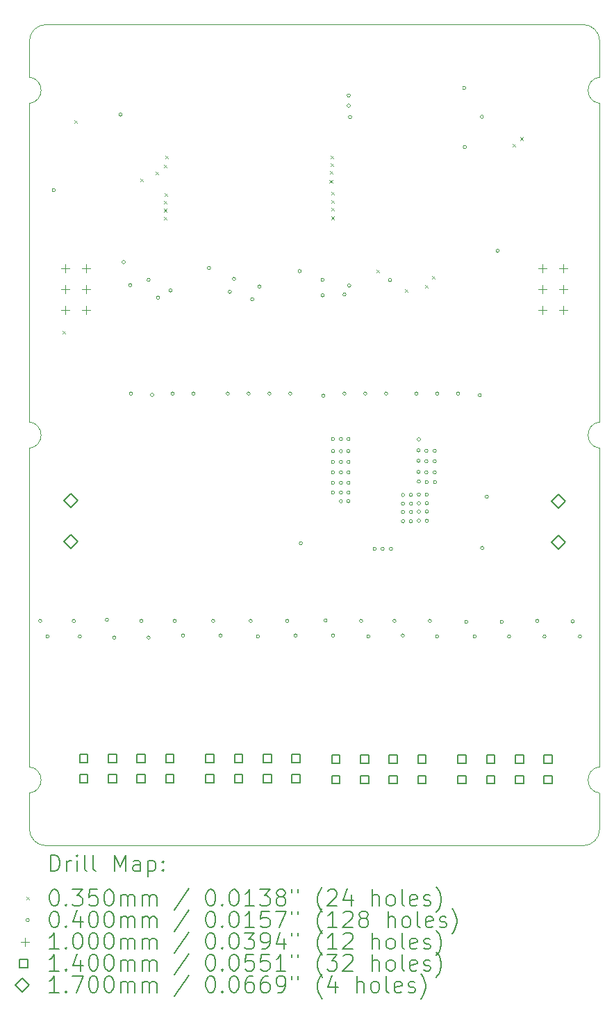
<source format=gbr>
%TF.GenerationSoftware,KiCad,Pcbnew,(6.0.9)*%
%TF.CreationDate,2023-11-09T13:38:23+05:30*%
%TF.ProjectId,Modular-I2C-4PxRJ45-Relay-Driver,4d6f6475-6c61-4722-9d49-32432d345078,2*%
%TF.SameCoordinates,Original*%
%TF.FileFunction,Drillmap*%
%TF.FilePolarity,Positive*%
%FSLAX45Y45*%
G04 Gerber Fmt 4.5, Leading zero omitted, Abs format (unit mm)*
G04 Created by KiCad (PCBNEW (6.0.9)) date 2023-11-09 13:38:23*
%MOMM*%
%LPD*%
G01*
G04 APERTURE LIST*
%ADD10C,0.050000*%
%ADD11C,0.200000*%
%ADD12C,0.035000*%
%ADD13C,0.040000*%
%ADD14C,0.100000*%
%ADD15C,0.140000*%
%ADD16C,0.170000*%
G04 APERTURE END LIST*
D10*
X18439600Y-7168200D02*
X18439600Y-11048200D01*
X18439600Y-11368200D02*
X18439600Y-11808200D01*
X18239600Y-12008200D02*
X11689600Y-12008200D01*
X11689600Y-2008200D02*
G75*
G03*
X11489600Y-2208200I0J-200000D01*
G01*
X18239600Y-12008200D02*
G75*
G03*
X18439600Y-11808200I0J200000D01*
G01*
X11689600Y-2008200D02*
X18239600Y-2008200D01*
X11489600Y-2968200D02*
G75*
G03*
X11489600Y-2648200I-20070J160000D01*
G01*
X18439600Y-2648200D02*
G75*
G03*
X18439600Y-2968200I20070J-160000D01*
G01*
X18439600Y-6848200D02*
G75*
G03*
X18439600Y-7168200I20070J-160000D01*
G01*
X18439600Y-2208200D02*
X18439600Y-2648200D01*
X11489600Y-11808200D02*
X11489600Y-11368200D01*
X11489600Y-11368200D02*
G75*
G03*
X11489600Y-11048200I-20070J160000D01*
G01*
X11489600Y-2208200D02*
X11489600Y-2648200D01*
X11489600Y-2968200D02*
X11489600Y-6848200D01*
X18439600Y-11048200D02*
G75*
G03*
X18439600Y-11368200I20070J-160000D01*
G01*
X18439600Y-6848200D02*
X18439600Y-2968200D01*
X11489600Y-7168200D02*
G75*
G03*
X11489600Y-6848200I-20070J160000D01*
G01*
X18439600Y-2208200D02*
G75*
G03*
X18239600Y-2008200I-200000J0D01*
G01*
X11489600Y-11808200D02*
G75*
G03*
X11689600Y-12008200I200000J0D01*
G01*
X11489600Y-7168200D02*
X11489600Y-11048200D01*
D11*
D12*
X11895100Y-5735600D02*
X11930100Y-5770600D01*
X11930100Y-5735600D02*
X11895100Y-5770600D01*
X12032335Y-3175780D02*
X12067335Y-3210780D01*
X12067335Y-3175780D02*
X12032335Y-3210780D01*
X12840215Y-3882556D02*
X12875215Y-3917556D01*
X12875215Y-3882556D02*
X12840215Y-3917556D01*
X13023140Y-3799470D02*
X13058140Y-3834470D01*
X13058140Y-3799470D02*
X13023140Y-3834470D01*
X13125882Y-4349046D02*
X13160882Y-4384046D01*
X13160882Y-4349046D02*
X13125882Y-4384046D01*
X13128909Y-4252504D02*
X13163909Y-4287504D01*
X13163909Y-4252504D02*
X13128909Y-4287504D01*
X13131046Y-4156938D02*
X13166046Y-4191938D01*
X13166046Y-4156938D02*
X13131046Y-4191938D01*
X13131100Y-3712780D02*
X13166100Y-3747780D01*
X13166100Y-3712780D02*
X13131100Y-3747780D01*
X13139700Y-4061740D02*
X13174700Y-4096740D01*
X13174700Y-4061740D02*
X13139700Y-4096740D01*
X13142350Y-3607190D02*
X13177350Y-3642190D01*
X13177350Y-3607190D02*
X13142350Y-3642190D01*
X15147110Y-3898370D02*
X15182110Y-3933370D01*
X15182110Y-3898370D02*
X15147110Y-3933370D01*
X15147920Y-3792780D02*
X15182920Y-3827780D01*
X15182920Y-3792780D02*
X15147920Y-3827780D01*
X15158069Y-3602734D02*
X15193069Y-3637734D01*
X15193069Y-3602734D02*
X15158069Y-3637734D01*
X15162056Y-3698241D02*
X15197056Y-3733241D01*
X15197056Y-3698241D02*
X15162056Y-3733241D01*
X15166444Y-4143369D02*
X15201444Y-4178369D01*
X15201444Y-4143369D02*
X15166444Y-4178369D01*
X15169800Y-4238900D02*
X15204800Y-4273900D01*
X15204800Y-4238900D02*
X15169800Y-4273900D01*
X15170181Y-4047851D02*
X15205181Y-4082851D01*
X15205181Y-4047851D02*
X15170181Y-4082851D01*
X15171749Y-4345370D02*
X15206749Y-4380370D01*
X15206749Y-4345370D02*
X15171749Y-4380370D01*
X15720340Y-4991380D02*
X15755340Y-5026380D01*
X15755340Y-4991380D02*
X15720340Y-5026380D01*
X16067658Y-5228262D02*
X16102658Y-5263262D01*
X16102658Y-5228262D02*
X16067658Y-5263262D01*
X16309620Y-5179340D02*
X16344620Y-5214340D01*
X16344620Y-5179340D02*
X16309620Y-5214340D01*
X16397870Y-5072660D02*
X16432870Y-5107660D01*
X16432870Y-5072660D02*
X16397870Y-5107660D01*
X17381500Y-3462300D02*
X17416500Y-3497300D01*
X17416500Y-3462300D02*
X17381500Y-3497300D01*
X17470400Y-3380830D02*
X17505400Y-3415830D01*
X17505400Y-3380830D02*
X17470400Y-3415830D01*
D13*
X11640500Y-9271000D02*
G75*
G03*
X11640500Y-9271000I-20000J0D01*
G01*
X11729400Y-9461500D02*
G75*
G03*
X11729400Y-9461500I-20000J0D01*
G01*
X11805600Y-4025900D02*
G75*
G03*
X11805600Y-4025900I-20000J0D01*
G01*
X12049440Y-9271000D02*
G75*
G03*
X12049440Y-9271000I-20000J0D01*
G01*
X12123100Y-9461500D02*
G75*
G03*
X12123100Y-9461500I-20000J0D01*
G01*
X12453300Y-9258300D02*
G75*
G03*
X12453300Y-9258300I-20000J0D01*
G01*
X12542200Y-9474200D02*
G75*
G03*
X12542200Y-9474200I-20000J0D01*
G01*
X12618400Y-3103880D02*
G75*
G03*
X12618400Y-3103880I-20000J0D01*
G01*
X12657387Y-4902200D02*
G75*
G03*
X12657387Y-4902200I-20000J0D01*
G01*
X12737657Y-5181600D02*
G75*
G03*
X12737657Y-5181600I-20000J0D01*
G01*
X12745400Y-6502400D02*
G75*
G03*
X12745400Y-6502400I-20000J0D01*
G01*
X12872400Y-9271000D02*
G75*
G03*
X12872400Y-9271000I-20000J0D01*
G01*
X12961300Y-5118100D02*
G75*
G03*
X12961300Y-5118100I-20000J0D01*
G01*
X12961300Y-9474200D02*
G75*
G03*
X12961300Y-9474200I-20000J0D01*
G01*
X13004480Y-6517640D02*
G75*
G03*
X13004480Y-6517640I-20000J0D01*
G01*
X13075600Y-5334000D02*
G75*
G03*
X13075600Y-5334000I-20000J0D01*
G01*
X13229270Y-5246370D02*
G75*
G03*
X13229270Y-5246370I-20000J0D01*
G01*
X13253400Y-6502400D02*
G75*
G03*
X13253400Y-6502400I-20000J0D01*
G01*
X13278800Y-9271000D02*
G75*
G03*
X13278800Y-9271000I-20000J0D01*
G01*
X13380400Y-9448800D02*
G75*
G03*
X13380400Y-9448800I-20000J0D01*
G01*
X13507400Y-6502400D02*
G75*
G03*
X13507400Y-6502400I-20000J0D01*
G01*
X13697235Y-4972680D02*
G75*
G03*
X13697235Y-4972680I-20000J0D01*
G01*
X13748700Y-9271000D02*
G75*
G03*
X13748700Y-9271000I-20000J0D01*
G01*
X13837600Y-9448800D02*
G75*
G03*
X13837600Y-9448800I-20000J0D01*
G01*
X13926500Y-6502400D02*
G75*
G03*
X13926500Y-6502400I-20000J0D01*
G01*
X13951900Y-5263250D02*
G75*
G03*
X13951900Y-5263250I-20000J0D01*
G01*
X14002700Y-5105400D02*
G75*
G03*
X14002700Y-5105400I-20000J0D01*
G01*
X14180500Y-6502400D02*
G75*
G03*
X14180500Y-6502400I-20000J0D01*
G01*
X14205900Y-9271000D02*
G75*
G03*
X14205900Y-9271000I-20000J0D01*
G01*
X14226290Y-5353680D02*
G75*
G03*
X14226290Y-5353680I-20000J0D01*
G01*
X14294800Y-9461500D02*
G75*
G03*
X14294800Y-9461500I-20000J0D01*
G01*
X14312580Y-5199380D02*
G75*
G03*
X14312580Y-5199380I-20000J0D01*
G01*
X14434500Y-6502400D02*
G75*
G03*
X14434500Y-6502400I-20000J0D01*
G01*
X14650400Y-9271000D02*
G75*
G03*
X14650400Y-9271000I-20000J0D01*
G01*
X14688500Y-6502400D02*
G75*
G03*
X14688500Y-6502400I-20000J0D01*
G01*
X14752000Y-9448800D02*
G75*
G03*
X14752000Y-9448800I-20000J0D01*
G01*
X14802135Y-5010780D02*
G75*
G03*
X14802135Y-5010780I-20000J0D01*
G01*
X14816800Y-8325130D02*
G75*
G03*
X14816800Y-8325130I-20000J0D01*
G01*
X15082200Y-5118100D02*
G75*
G03*
X15082200Y-5118100I-20000J0D01*
G01*
X15083204Y-5307070D02*
G75*
G03*
X15083204Y-5307070I-20000J0D01*
G01*
X15092360Y-6527800D02*
G75*
G03*
X15092360Y-6527800I-20000J0D01*
G01*
X15117760Y-9265920D02*
G75*
G03*
X15117760Y-9265920I-20000J0D01*
G01*
X15209200Y-7056120D02*
G75*
G03*
X15209200Y-7056120I-20000J0D01*
G01*
X15209200Y-7203440D02*
G75*
G03*
X15209200Y-7203440I-20000J0D01*
G01*
X15209200Y-7335520D02*
G75*
G03*
X15209200Y-7335520I-20000J0D01*
G01*
X15209200Y-7462520D02*
G75*
G03*
X15209200Y-7462520I-20000J0D01*
G01*
X15209200Y-7589520D02*
G75*
G03*
X15209200Y-7589520I-20000J0D01*
G01*
X15209200Y-7706360D02*
G75*
G03*
X15209200Y-7706360I-20000J0D01*
G01*
X15209200Y-9448800D02*
G75*
G03*
X15209200Y-9448800I-20000J0D01*
G01*
X15305720Y-7056120D02*
G75*
G03*
X15305720Y-7056120I-20000J0D01*
G01*
X15305720Y-7203440D02*
G75*
G03*
X15305720Y-7203440I-20000J0D01*
G01*
X15305720Y-7335520D02*
G75*
G03*
X15305720Y-7335520I-20000J0D01*
G01*
X15305720Y-7462520D02*
G75*
G03*
X15305720Y-7462520I-20000J0D01*
G01*
X15305720Y-7589520D02*
G75*
G03*
X15305720Y-7589520I-20000J0D01*
G01*
X15305720Y-7706360D02*
G75*
G03*
X15305720Y-7706360I-20000J0D01*
G01*
X15305720Y-7813040D02*
G75*
G03*
X15305720Y-7813040I-20000J0D01*
G01*
X15348900Y-5295900D02*
G75*
G03*
X15348900Y-5295900I-20000J0D01*
G01*
X15348900Y-6502400D02*
G75*
G03*
X15348900Y-6502400I-20000J0D01*
G01*
X15397160Y-7056120D02*
G75*
G03*
X15397160Y-7056120I-20000J0D01*
G01*
X15397160Y-7203440D02*
G75*
G03*
X15397160Y-7203440I-20000J0D01*
G01*
X15397160Y-7335520D02*
G75*
G03*
X15397160Y-7335520I-20000J0D01*
G01*
X15397160Y-7462520D02*
G75*
G03*
X15397160Y-7462520I-20000J0D01*
G01*
X15397160Y-7589520D02*
G75*
G03*
X15397160Y-7589520I-20000J0D01*
G01*
X15397160Y-7706360D02*
G75*
G03*
X15397160Y-7706360I-20000J0D01*
G01*
X15397160Y-7813040D02*
G75*
G03*
X15397160Y-7813040I-20000J0D01*
G01*
X15399700Y-2995280D02*
G75*
G03*
X15399700Y-2995280I-20000J0D01*
G01*
X15400780Y-2871280D02*
G75*
G03*
X15400780Y-2871280I-20000J0D01*
G01*
X15407320Y-5186680D02*
G75*
G03*
X15407320Y-5186680I-20000J0D01*
G01*
X15417480Y-3134360D02*
G75*
G03*
X15417480Y-3134360I-20000J0D01*
G01*
X15552100Y-9271000D02*
G75*
G03*
X15552100Y-9271000I-20000J0D01*
G01*
X15602900Y-6502400D02*
G75*
G03*
X15602900Y-6502400I-20000J0D01*
G01*
X15641000Y-9461500D02*
G75*
G03*
X15641000Y-9461500I-20000J0D01*
G01*
X15717200Y-8392160D02*
G75*
G03*
X15717200Y-8392160I-20000J0D01*
G01*
X15813720Y-8392160D02*
G75*
G03*
X15813720Y-8392160I-20000J0D01*
G01*
X15856900Y-6502400D02*
G75*
G03*
X15856900Y-6502400I-20000J0D01*
G01*
X15905160Y-5120640D02*
G75*
G03*
X15905160Y-5120640I-20000J0D01*
G01*
X15915320Y-8392160D02*
G75*
G03*
X15915320Y-8392160I-20000J0D01*
G01*
X15958500Y-9271000D02*
G75*
G03*
X15958500Y-9271000I-20000J0D01*
G01*
X16060100Y-9448800D02*
G75*
G03*
X16060100Y-9448800I-20000J0D01*
G01*
X16062640Y-7736840D02*
G75*
G03*
X16062640Y-7736840I-20000J0D01*
G01*
X16062640Y-7843520D02*
G75*
G03*
X16062640Y-7843520I-20000J0D01*
G01*
X16062640Y-7945120D02*
G75*
G03*
X16062640Y-7945120I-20000J0D01*
G01*
X16062640Y-8056880D02*
G75*
G03*
X16062640Y-8056880I-20000J0D01*
G01*
X16159160Y-7736840D02*
G75*
G03*
X16159160Y-7736840I-20000J0D01*
G01*
X16159160Y-7843520D02*
G75*
G03*
X16159160Y-7843520I-20000J0D01*
G01*
X16159160Y-7945120D02*
G75*
G03*
X16159160Y-7945120I-20000J0D01*
G01*
X16159160Y-8056880D02*
G75*
G03*
X16159160Y-8056880I-20000J0D01*
G01*
X16225200Y-6502400D02*
G75*
G03*
X16225200Y-6502400I-20000J0D01*
G01*
X16250600Y-7193280D02*
G75*
G03*
X16250600Y-7193280I-20000J0D01*
G01*
X16250600Y-7320280D02*
G75*
G03*
X16250600Y-7320280I-20000J0D01*
G01*
X16250600Y-7457440D02*
G75*
G03*
X16250600Y-7457440I-20000J0D01*
G01*
X16255680Y-7061200D02*
G75*
G03*
X16255680Y-7061200I-20000J0D01*
G01*
X16255680Y-7574280D02*
G75*
G03*
X16255680Y-7574280I-20000J0D01*
G01*
X16255680Y-7731760D02*
G75*
G03*
X16255680Y-7731760I-20000J0D01*
G01*
X16255680Y-7838440D02*
G75*
G03*
X16255680Y-7838440I-20000J0D01*
G01*
X16255680Y-7940040D02*
G75*
G03*
X16255680Y-7940040I-20000J0D01*
G01*
X16255680Y-8051800D02*
G75*
G03*
X16255680Y-8051800I-20000J0D01*
G01*
X16347120Y-7198360D02*
G75*
G03*
X16347120Y-7198360I-20000J0D01*
G01*
X16347120Y-7325360D02*
G75*
G03*
X16347120Y-7325360I-20000J0D01*
G01*
X16347120Y-7462520D02*
G75*
G03*
X16347120Y-7462520I-20000J0D01*
G01*
X16352200Y-7579360D02*
G75*
G03*
X16352200Y-7579360I-20000J0D01*
G01*
X16352200Y-7731760D02*
G75*
G03*
X16352200Y-7731760I-20000J0D01*
G01*
X16352200Y-7838440D02*
G75*
G03*
X16352200Y-7838440I-20000J0D01*
G01*
X16352200Y-7940040D02*
G75*
G03*
X16352200Y-7940040I-20000J0D01*
G01*
X16352200Y-8051800D02*
G75*
G03*
X16352200Y-8051800I-20000J0D01*
G01*
X16390300Y-9271000D02*
G75*
G03*
X16390300Y-9271000I-20000J0D01*
G01*
X16448720Y-7198360D02*
G75*
G03*
X16448720Y-7198360I-20000J0D01*
G01*
X16448720Y-7325360D02*
G75*
G03*
X16448720Y-7325360I-20000J0D01*
G01*
X16448720Y-7462520D02*
G75*
G03*
X16448720Y-7462520I-20000J0D01*
G01*
X16453800Y-7579360D02*
G75*
G03*
X16453800Y-7579360I-20000J0D01*
G01*
X16479200Y-6502400D02*
G75*
G03*
X16479200Y-6502400I-20000J0D01*
G01*
X16479200Y-9461500D02*
G75*
G03*
X16479200Y-9461500I-20000J0D01*
G01*
X16733200Y-6502400D02*
G75*
G03*
X16733200Y-6502400I-20000J0D01*
G01*
X16808735Y-2780850D02*
G75*
G03*
X16808735Y-2780850I-20000J0D01*
G01*
X16816507Y-3499480D02*
G75*
G03*
X16816507Y-3499480I-20000J0D01*
G01*
X16834800Y-9283700D02*
G75*
G03*
X16834800Y-9283700I-20000J0D01*
G01*
X16936400Y-9461500D02*
G75*
G03*
X16936400Y-9461500I-20000J0D01*
G01*
X16997360Y-6522720D02*
G75*
G03*
X16997360Y-6522720I-20000J0D01*
G01*
X17024635Y-3131155D02*
G75*
G03*
X17024635Y-3131155I-20000J0D01*
G01*
X17027840Y-8382000D02*
G75*
G03*
X17027840Y-8382000I-20000J0D01*
G01*
X17083600Y-7756480D02*
G75*
G03*
X17083600Y-7756480I-20000J0D01*
G01*
X17215135Y-4763165D02*
G75*
G03*
X17215135Y-4763165I-20000J0D01*
G01*
X17266600Y-9283700D02*
G75*
G03*
X17266600Y-9283700I-20000J0D01*
G01*
X17355500Y-9461500D02*
G75*
G03*
X17355500Y-9461500I-20000J0D01*
G01*
X17698400Y-9271000D02*
G75*
G03*
X17698400Y-9271000I-20000J0D01*
G01*
X17787300Y-9461500D02*
G75*
G03*
X17787300Y-9461500I-20000J0D01*
G01*
X18130200Y-9276080D02*
G75*
G03*
X18130200Y-9276080I-20000J0D01*
G01*
X18219100Y-9461500D02*
G75*
G03*
X18219100Y-9461500I-20000J0D01*
G01*
D14*
X11925300Y-4928400D02*
X11925300Y-5028400D01*
X11875300Y-4978400D02*
X11975300Y-4978400D01*
X11925300Y-5182400D02*
X11925300Y-5282400D01*
X11875300Y-5232400D02*
X11975300Y-5232400D01*
X11925300Y-5436400D02*
X11925300Y-5536400D01*
X11875300Y-5486400D02*
X11975300Y-5486400D01*
X12179300Y-4928400D02*
X12179300Y-5028400D01*
X12129300Y-4978400D02*
X12229300Y-4978400D01*
X12179300Y-5182400D02*
X12179300Y-5282400D01*
X12129300Y-5232400D02*
X12229300Y-5232400D01*
X12179300Y-5436400D02*
X12179300Y-5536400D01*
X12129300Y-5486400D02*
X12229300Y-5486400D01*
X17739360Y-4928400D02*
X17739360Y-5028400D01*
X17689360Y-4978400D02*
X17789360Y-4978400D01*
X17739360Y-5182400D02*
X17739360Y-5282400D01*
X17689360Y-5232400D02*
X17789360Y-5232400D01*
X17739360Y-5436400D02*
X17739360Y-5536400D01*
X17689360Y-5486400D02*
X17789360Y-5486400D01*
X17993360Y-4928400D02*
X17993360Y-5028400D01*
X17943360Y-4978400D02*
X18043360Y-4978400D01*
X17993360Y-5182400D02*
X17993360Y-5282400D01*
X17943360Y-5232400D02*
X18043360Y-5232400D01*
X17993360Y-5436400D02*
X17993360Y-5536400D01*
X17943360Y-5486400D02*
X18043360Y-5486400D01*
D15*
X12199098Y-10993228D02*
X12199098Y-10894232D01*
X12100102Y-10894232D01*
X12100102Y-10993228D01*
X12199098Y-10993228D01*
X12199098Y-11243228D02*
X12199098Y-11144232D01*
X12100102Y-11144232D01*
X12100102Y-11243228D01*
X12199098Y-11243228D01*
X12549098Y-10993228D02*
X12549098Y-10894232D01*
X12450102Y-10894232D01*
X12450102Y-10993228D01*
X12549098Y-10993228D01*
X12549098Y-11243228D02*
X12549098Y-11144232D01*
X12450102Y-11144232D01*
X12450102Y-11243228D01*
X12549098Y-11243228D01*
X12899098Y-10993228D02*
X12899098Y-10894232D01*
X12800102Y-10894232D01*
X12800102Y-10993228D01*
X12899098Y-10993228D01*
X12899098Y-11243228D02*
X12899098Y-11144232D01*
X12800102Y-11144232D01*
X12800102Y-11243228D01*
X12899098Y-11243228D01*
X13249098Y-10993228D02*
X13249098Y-10894232D01*
X13150102Y-10894232D01*
X13150102Y-10993228D01*
X13249098Y-10993228D01*
X13249098Y-11243228D02*
X13249098Y-11144232D01*
X13150102Y-11144232D01*
X13150102Y-11243228D01*
X13249098Y-11243228D01*
X13738338Y-10993228D02*
X13738338Y-10894232D01*
X13639342Y-10894232D01*
X13639342Y-10993228D01*
X13738338Y-10993228D01*
X13738338Y-11243228D02*
X13738338Y-11144232D01*
X13639342Y-11144232D01*
X13639342Y-11243228D01*
X13738338Y-11243228D01*
X14088338Y-10993228D02*
X14088338Y-10894232D01*
X13989342Y-10894232D01*
X13989342Y-10993228D01*
X14088338Y-10993228D01*
X14088338Y-11243228D02*
X14088338Y-11144232D01*
X13989342Y-11144232D01*
X13989342Y-11243228D01*
X14088338Y-11243228D01*
X14438338Y-10993228D02*
X14438338Y-10894232D01*
X14339342Y-10894232D01*
X14339342Y-10993228D01*
X14438338Y-10993228D01*
X14438338Y-11243228D02*
X14438338Y-11144232D01*
X14339342Y-11144232D01*
X14339342Y-11243228D01*
X14438338Y-11243228D01*
X14788338Y-10993228D02*
X14788338Y-10894232D01*
X14689342Y-10894232D01*
X14689342Y-10993228D01*
X14788338Y-10993228D01*
X14788338Y-11243228D02*
X14788338Y-11144232D01*
X14689342Y-11144232D01*
X14689342Y-11243228D01*
X14788338Y-11243228D01*
X15272498Y-11003388D02*
X15272498Y-10904392D01*
X15173502Y-10904392D01*
X15173502Y-11003388D01*
X15272498Y-11003388D01*
X15272498Y-11253388D02*
X15272498Y-11154392D01*
X15173502Y-11154392D01*
X15173502Y-11253388D01*
X15272498Y-11253388D01*
X15622498Y-11003388D02*
X15622498Y-10904392D01*
X15523502Y-10904392D01*
X15523502Y-11003388D01*
X15622498Y-11003388D01*
X15622498Y-11253388D02*
X15622498Y-11154392D01*
X15523502Y-11154392D01*
X15523502Y-11253388D01*
X15622498Y-11253388D01*
X15972498Y-11003388D02*
X15972498Y-10904392D01*
X15873502Y-10904392D01*
X15873502Y-11003388D01*
X15972498Y-11003388D01*
X15972498Y-11253388D02*
X15972498Y-11154392D01*
X15873502Y-11154392D01*
X15873502Y-11253388D01*
X15972498Y-11253388D01*
X16322498Y-11003388D02*
X16322498Y-10904392D01*
X16223502Y-10904392D01*
X16223502Y-11003388D01*
X16322498Y-11003388D01*
X16322498Y-11253388D02*
X16322498Y-11154392D01*
X16223502Y-11154392D01*
X16223502Y-11253388D01*
X16322498Y-11253388D01*
X16811738Y-11003388D02*
X16811738Y-10904392D01*
X16712742Y-10904392D01*
X16712742Y-11003388D01*
X16811738Y-11003388D01*
X16811738Y-11253388D02*
X16811738Y-11154392D01*
X16712742Y-11154392D01*
X16712742Y-11253388D01*
X16811738Y-11253388D01*
X17161738Y-11003388D02*
X17161738Y-10904392D01*
X17062742Y-10904392D01*
X17062742Y-11003388D01*
X17161738Y-11003388D01*
X17161738Y-11253388D02*
X17161738Y-11154392D01*
X17062742Y-11154392D01*
X17062742Y-11253388D01*
X17161738Y-11253388D01*
X17511738Y-11003388D02*
X17511738Y-10904392D01*
X17412742Y-10904392D01*
X17412742Y-11003388D01*
X17511738Y-11003388D01*
X17511738Y-11253388D02*
X17511738Y-11154392D01*
X17412742Y-11154392D01*
X17412742Y-11253388D01*
X17511738Y-11253388D01*
X17861738Y-11003388D02*
X17861738Y-10904392D01*
X17762742Y-10904392D01*
X17762742Y-11003388D01*
X17861738Y-11003388D01*
X17861738Y-11253388D02*
X17861738Y-11154392D01*
X17762742Y-11154392D01*
X17762742Y-11253388D01*
X17861738Y-11253388D01*
D16*
X11993880Y-7891980D02*
X12078880Y-7806980D01*
X11993880Y-7721980D01*
X11908880Y-7806980D01*
X11993880Y-7891980D01*
X11993880Y-8391780D02*
X12078880Y-8306780D01*
X11993880Y-8221780D01*
X11908880Y-8306780D01*
X11993880Y-8391780D01*
X17936790Y-7898580D02*
X18021790Y-7813580D01*
X17936790Y-7728580D01*
X17851790Y-7813580D01*
X17936790Y-7898580D01*
X17936790Y-8398380D02*
X18021790Y-8313380D01*
X17936790Y-8228380D01*
X17851790Y-8313380D01*
X17936790Y-8398380D01*
D11*
X11744719Y-12321176D02*
X11744719Y-12121176D01*
X11792338Y-12121176D01*
X11820909Y-12130700D01*
X11839957Y-12149748D01*
X11849481Y-12168795D01*
X11859005Y-12206890D01*
X11859005Y-12235462D01*
X11849481Y-12273557D01*
X11839957Y-12292605D01*
X11820909Y-12311652D01*
X11792338Y-12321176D01*
X11744719Y-12321176D01*
X11944719Y-12321176D02*
X11944719Y-12187843D01*
X11944719Y-12225938D02*
X11954243Y-12206890D01*
X11963767Y-12197367D01*
X11982814Y-12187843D01*
X12001862Y-12187843D01*
X12068528Y-12321176D02*
X12068528Y-12187843D01*
X12068528Y-12121176D02*
X12059005Y-12130700D01*
X12068528Y-12140224D01*
X12078052Y-12130700D01*
X12068528Y-12121176D01*
X12068528Y-12140224D01*
X12192338Y-12321176D02*
X12173290Y-12311652D01*
X12163767Y-12292605D01*
X12163767Y-12121176D01*
X12297100Y-12321176D02*
X12278052Y-12311652D01*
X12268528Y-12292605D01*
X12268528Y-12121176D01*
X12525671Y-12321176D02*
X12525671Y-12121176D01*
X12592338Y-12264033D01*
X12659005Y-12121176D01*
X12659005Y-12321176D01*
X12839957Y-12321176D02*
X12839957Y-12216414D01*
X12830433Y-12197367D01*
X12811386Y-12187843D01*
X12773290Y-12187843D01*
X12754243Y-12197367D01*
X12839957Y-12311652D02*
X12820909Y-12321176D01*
X12773290Y-12321176D01*
X12754243Y-12311652D01*
X12744719Y-12292605D01*
X12744719Y-12273557D01*
X12754243Y-12254509D01*
X12773290Y-12244986D01*
X12820909Y-12244986D01*
X12839957Y-12235462D01*
X12935195Y-12187843D02*
X12935195Y-12387843D01*
X12935195Y-12197367D02*
X12954243Y-12187843D01*
X12992338Y-12187843D01*
X13011386Y-12197367D01*
X13020909Y-12206890D01*
X13030433Y-12225938D01*
X13030433Y-12283081D01*
X13020909Y-12302128D01*
X13011386Y-12311652D01*
X12992338Y-12321176D01*
X12954243Y-12321176D01*
X12935195Y-12311652D01*
X13116148Y-12302128D02*
X13125671Y-12311652D01*
X13116148Y-12321176D01*
X13106624Y-12311652D01*
X13116148Y-12302128D01*
X13116148Y-12321176D01*
X13116148Y-12197367D02*
X13125671Y-12206890D01*
X13116148Y-12216414D01*
X13106624Y-12206890D01*
X13116148Y-12197367D01*
X13116148Y-12216414D01*
D12*
X11452100Y-12633200D02*
X11487100Y-12668200D01*
X11487100Y-12633200D02*
X11452100Y-12668200D01*
D11*
X11782814Y-12541176D02*
X11801862Y-12541176D01*
X11820909Y-12550700D01*
X11830433Y-12560224D01*
X11839957Y-12579271D01*
X11849481Y-12617367D01*
X11849481Y-12664986D01*
X11839957Y-12703081D01*
X11830433Y-12722128D01*
X11820909Y-12731652D01*
X11801862Y-12741176D01*
X11782814Y-12741176D01*
X11763767Y-12731652D01*
X11754243Y-12722128D01*
X11744719Y-12703081D01*
X11735195Y-12664986D01*
X11735195Y-12617367D01*
X11744719Y-12579271D01*
X11754243Y-12560224D01*
X11763767Y-12550700D01*
X11782814Y-12541176D01*
X11935195Y-12722128D02*
X11944719Y-12731652D01*
X11935195Y-12741176D01*
X11925671Y-12731652D01*
X11935195Y-12722128D01*
X11935195Y-12741176D01*
X12011386Y-12541176D02*
X12135195Y-12541176D01*
X12068528Y-12617367D01*
X12097100Y-12617367D01*
X12116148Y-12626890D01*
X12125671Y-12636414D01*
X12135195Y-12655462D01*
X12135195Y-12703081D01*
X12125671Y-12722128D01*
X12116148Y-12731652D01*
X12097100Y-12741176D01*
X12039957Y-12741176D01*
X12020909Y-12731652D01*
X12011386Y-12722128D01*
X12316148Y-12541176D02*
X12220909Y-12541176D01*
X12211386Y-12636414D01*
X12220909Y-12626890D01*
X12239957Y-12617367D01*
X12287576Y-12617367D01*
X12306624Y-12626890D01*
X12316148Y-12636414D01*
X12325671Y-12655462D01*
X12325671Y-12703081D01*
X12316148Y-12722128D01*
X12306624Y-12731652D01*
X12287576Y-12741176D01*
X12239957Y-12741176D01*
X12220909Y-12731652D01*
X12211386Y-12722128D01*
X12449481Y-12541176D02*
X12468528Y-12541176D01*
X12487576Y-12550700D01*
X12497100Y-12560224D01*
X12506624Y-12579271D01*
X12516148Y-12617367D01*
X12516148Y-12664986D01*
X12506624Y-12703081D01*
X12497100Y-12722128D01*
X12487576Y-12731652D01*
X12468528Y-12741176D01*
X12449481Y-12741176D01*
X12430433Y-12731652D01*
X12420909Y-12722128D01*
X12411386Y-12703081D01*
X12401862Y-12664986D01*
X12401862Y-12617367D01*
X12411386Y-12579271D01*
X12420909Y-12560224D01*
X12430433Y-12550700D01*
X12449481Y-12541176D01*
X12601862Y-12741176D02*
X12601862Y-12607843D01*
X12601862Y-12626890D02*
X12611386Y-12617367D01*
X12630433Y-12607843D01*
X12659005Y-12607843D01*
X12678052Y-12617367D01*
X12687576Y-12636414D01*
X12687576Y-12741176D01*
X12687576Y-12636414D02*
X12697100Y-12617367D01*
X12716148Y-12607843D01*
X12744719Y-12607843D01*
X12763767Y-12617367D01*
X12773290Y-12636414D01*
X12773290Y-12741176D01*
X12868528Y-12741176D02*
X12868528Y-12607843D01*
X12868528Y-12626890D02*
X12878052Y-12617367D01*
X12897100Y-12607843D01*
X12925671Y-12607843D01*
X12944719Y-12617367D01*
X12954243Y-12636414D01*
X12954243Y-12741176D01*
X12954243Y-12636414D02*
X12963767Y-12617367D01*
X12982814Y-12607843D01*
X13011386Y-12607843D01*
X13030433Y-12617367D01*
X13039957Y-12636414D01*
X13039957Y-12741176D01*
X13430433Y-12531652D02*
X13259005Y-12788795D01*
X13687576Y-12541176D02*
X13706624Y-12541176D01*
X13725671Y-12550700D01*
X13735195Y-12560224D01*
X13744719Y-12579271D01*
X13754243Y-12617367D01*
X13754243Y-12664986D01*
X13744719Y-12703081D01*
X13735195Y-12722128D01*
X13725671Y-12731652D01*
X13706624Y-12741176D01*
X13687576Y-12741176D01*
X13668528Y-12731652D01*
X13659005Y-12722128D01*
X13649481Y-12703081D01*
X13639957Y-12664986D01*
X13639957Y-12617367D01*
X13649481Y-12579271D01*
X13659005Y-12560224D01*
X13668528Y-12550700D01*
X13687576Y-12541176D01*
X13839957Y-12722128D02*
X13849481Y-12731652D01*
X13839957Y-12741176D01*
X13830433Y-12731652D01*
X13839957Y-12722128D01*
X13839957Y-12741176D01*
X13973290Y-12541176D02*
X13992338Y-12541176D01*
X14011386Y-12550700D01*
X14020909Y-12560224D01*
X14030433Y-12579271D01*
X14039957Y-12617367D01*
X14039957Y-12664986D01*
X14030433Y-12703081D01*
X14020909Y-12722128D01*
X14011386Y-12731652D01*
X13992338Y-12741176D01*
X13973290Y-12741176D01*
X13954243Y-12731652D01*
X13944719Y-12722128D01*
X13935195Y-12703081D01*
X13925671Y-12664986D01*
X13925671Y-12617367D01*
X13935195Y-12579271D01*
X13944719Y-12560224D01*
X13954243Y-12550700D01*
X13973290Y-12541176D01*
X14230433Y-12741176D02*
X14116148Y-12741176D01*
X14173290Y-12741176D02*
X14173290Y-12541176D01*
X14154243Y-12569748D01*
X14135195Y-12588795D01*
X14116148Y-12598319D01*
X14297100Y-12541176D02*
X14420909Y-12541176D01*
X14354243Y-12617367D01*
X14382814Y-12617367D01*
X14401862Y-12626890D01*
X14411386Y-12636414D01*
X14420909Y-12655462D01*
X14420909Y-12703081D01*
X14411386Y-12722128D01*
X14401862Y-12731652D01*
X14382814Y-12741176D01*
X14325671Y-12741176D01*
X14306624Y-12731652D01*
X14297100Y-12722128D01*
X14535195Y-12626890D02*
X14516148Y-12617367D01*
X14506624Y-12607843D01*
X14497100Y-12588795D01*
X14497100Y-12579271D01*
X14506624Y-12560224D01*
X14516148Y-12550700D01*
X14535195Y-12541176D01*
X14573290Y-12541176D01*
X14592338Y-12550700D01*
X14601862Y-12560224D01*
X14611386Y-12579271D01*
X14611386Y-12588795D01*
X14601862Y-12607843D01*
X14592338Y-12617367D01*
X14573290Y-12626890D01*
X14535195Y-12626890D01*
X14516148Y-12636414D01*
X14506624Y-12645938D01*
X14497100Y-12664986D01*
X14497100Y-12703081D01*
X14506624Y-12722128D01*
X14516148Y-12731652D01*
X14535195Y-12741176D01*
X14573290Y-12741176D01*
X14592338Y-12731652D01*
X14601862Y-12722128D01*
X14611386Y-12703081D01*
X14611386Y-12664986D01*
X14601862Y-12645938D01*
X14592338Y-12636414D01*
X14573290Y-12626890D01*
X14687576Y-12541176D02*
X14687576Y-12579271D01*
X14763767Y-12541176D02*
X14763767Y-12579271D01*
X15059005Y-12817367D02*
X15049481Y-12807843D01*
X15030433Y-12779271D01*
X15020909Y-12760224D01*
X15011386Y-12731652D01*
X15001862Y-12684033D01*
X15001862Y-12645938D01*
X15011386Y-12598319D01*
X15020909Y-12569748D01*
X15030433Y-12550700D01*
X15049481Y-12522128D01*
X15059005Y-12512605D01*
X15125671Y-12560224D02*
X15135195Y-12550700D01*
X15154243Y-12541176D01*
X15201862Y-12541176D01*
X15220909Y-12550700D01*
X15230433Y-12560224D01*
X15239957Y-12579271D01*
X15239957Y-12598319D01*
X15230433Y-12626890D01*
X15116148Y-12741176D01*
X15239957Y-12741176D01*
X15411386Y-12607843D02*
X15411386Y-12741176D01*
X15363767Y-12531652D02*
X15316148Y-12674509D01*
X15439957Y-12674509D01*
X15668528Y-12741176D02*
X15668528Y-12541176D01*
X15754243Y-12741176D02*
X15754243Y-12636414D01*
X15744719Y-12617367D01*
X15725671Y-12607843D01*
X15697100Y-12607843D01*
X15678052Y-12617367D01*
X15668528Y-12626890D01*
X15878052Y-12741176D02*
X15859005Y-12731652D01*
X15849481Y-12722128D01*
X15839957Y-12703081D01*
X15839957Y-12645938D01*
X15849481Y-12626890D01*
X15859005Y-12617367D01*
X15878052Y-12607843D01*
X15906624Y-12607843D01*
X15925671Y-12617367D01*
X15935195Y-12626890D01*
X15944719Y-12645938D01*
X15944719Y-12703081D01*
X15935195Y-12722128D01*
X15925671Y-12731652D01*
X15906624Y-12741176D01*
X15878052Y-12741176D01*
X16059005Y-12741176D02*
X16039957Y-12731652D01*
X16030433Y-12712605D01*
X16030433Y-12541176D01*
X16211386Y-12731652D02*
X16192338Y-12741176D01*
X16154243Y-12741176D01*
X16135195Y-12731652D01*
X16125671Y-12712605D01*
X16125671Y-12636414D01*
X16135195Y-12617367D01*
X16154243Y-12607843D01*
X16192338Y-12607843D01*
X16211386Y-12617367D01*
X16220909Y-12636414D01*
X16220909Y-12655462D01*
X16125671Y-12674509D01*
X16297100Y-12731652D02*
X16316148Y-12741176D01*
X16354243Y-12741176D01*
X16373290Y-12731652D01*
X16382814Y-12712605D01*
X16382814Y-12703081D01*
X16373290Y-12684033D01*
X16354243Y-12674509D01*
X16325671Y-12674509D01*
X16306624Y-12664986D01*
X16297100Y-12645938D01*
X16297100Y-12636414D01*
X16306624Y-12617367D01*
X16325671Y-12607843D01*
X16354243Y-12607843D01*
X16373290Y-12617367D01*
X16449481Y-12817367D02*
X16459005Y-12807843D01*
X16478052Y-12779271D01*
X16487576Y-12760224D01*
X16497100Y-12731652D01*
X16506624Y-12684033D01*
X16506624Y-12645938D01*
X16497100Y-12598319D01*
X16487576Y-12569748D01*
X16478052Y-12550700D01*
X16459005Y-12522128D01*
X16449481Y-12512605D01*
D13*
X11487100Y-12914700D02*
G75*
G03*
X11487100Y-12914700I-20000J0D01*
G01*
D11*
X11782814Y-12805176D02*
X11801862Y-12805176D01*
X11820909Y-12814700D01*
X11830433Y-12824224D01*
X11839957Y-12843271D01*
X11849481Y-12881367D01*
X11849481Y-12928986D01*
X11839957Y-12967081D01*
X11830433Y-12986128D01*
X11820909Y-12995652D01*
X11801862Y-13005176D01*
X11782814Y-13005176D01*
X11763767Y-12995652D01*
X11754243Y-12986128D01*
X11744719Y-12967081D01*
X11735195Y-12928986D01*
X11735195Y-12881367D01*
X11744719Y-12843271D01*
X11754243Y-12824224D01*
X11763767Y-12814700D01*
X11782814Y-12805176D01*
X11935195Y-12986128D02*
X11944719Y-12995652D01*
X11935195Y-13005176D01*
X11925671Y-12995652D01*
X11935195Y-12986128D01*
X11935195Y-13005176D01*
X12116148Y-12871843D02*
X12116148Y-13005176D01*
X12068528Y-12795652D02*
X12020909Y-12938509D01*
X12144719Y-12938509D01*
X12259005Y-12805176D02*
X12278052Y-12805176D01*
X12297100Y-12814700D01*
X12306624Y-12824224D01*
X12316148Y-12843271D01*
X12325671Y-12881367D01*
X12325671Y-12928986D01*
X12316148Y-12967081D01*
X12306624Y-12986128D01*
X12297100Y-12995652D01*
X12278052Y-13005176D01*
X12259005Y-13005176D01*
X12239957Y-12995652D01*
X12230433Y-12986128D01*
X12220909Y-12967081D01*
X12211386Y-12928986D01*
X12211386Y-12881367D01*
X12220909Y-12843271D01*
X12230433Y-12824224D01*
X12239957Y-12814700D01*
X12259005Y-12805176D01*
X12449481Y-12805176D02*
X12468528Y-12805176D01*
X12487576Y-12814700D01*
X12497100Y-12824224D01*
X12506624Y-12843271D01*
X12516148Y-12881367D01*
X12516148Y-12928986D01*
X12506624Y-12967081D01*
X12497100Y-12986128D01*
X12487576Y-12995652D01*
X12468528Y-13005176D01*
X12449481Y-13005176D01*
X12430433Y-12995652D01*
X12420909Y-12986128D01*
X12411386Y-12967081D01*
X12401862Y-12928986D01*
X12401862Y-12881367D01*
X12411386Y-12843271D01*
X12420909Y-12824224D01*
X12430433Y-12814700D01*
X12449481Y-12805176D01*
X12601862Y-13005176D02*
X12601862Y-12871843D01*
X12601862Y-12890890D02*
X12611386Y-12881367D01*
X12630433Y-12871843D01*
X12659005Y-12871843D01*
X12678052Y-12881367D01*
X12687576Y-12900414D01*
X12687576Y-13005176D01*
X12687576Y-12900414D02*
X12697100Y-12881367D01*
X12716148Y-12871843D01*
X12744719Y-12871843D01*
X12763767Y-12881367D01*
X12773290Y-12900414D01*
X12773290Y-13005176D01*
X12868528Y-13005176D02*
X12868528Y-12871843D01*
X12868528Y-12890890D02*
X12878052Y-12881367D01*
X12897100Y-12871843D01*
X12925671Y-12871843D01*
X12944719Y-12881367D01*
X12954243Y-12900414D01*
X12954243Y-13005176D01*
X12954243Y-12900414D02*
X12963767Y-12881367D01*
X12982814Y-12871843D01*
X13011386Y-12871843D01*
X13030433Y-12881367D01*
X13039957Y-12900414D01*
X13039957Y-13005176D01*
X13430433Y-12795652D02*
X13259005Y-13052795D01*
X13687576Y-12805176D02*
X13706624Y-12805176D01*
X13725671Y-12814700D01*
X13735195Y-12824224D01*
X13744719Y-12843271D01*
X13754243Y-12881367D01*
X13754243Y-12928986D01*
X13744719Y-12967081D01*
X13735195Y-12986128D01*
X13725671Y-12995652D01*
X13706624Y-13005176D01*
X13687576Y-13005176D01*
X13668528Y-12995652D01*
X13659005Y-12986128D01*
X13649481Y-12967081D01*
X13639957Y-12928986D01*
X13639957Y-12881367D01*
X13649481Y-12843271D01*
X13659005Y-12824224D01*
X13668528Y-12814700D01*
X13687576Y-12805176D01*
X13839957Y-12986128D02*
X13849481Y-12995652D01*
X13839957Y-13005176D01*
X13830433Y-12995652D01*
X13839957Y-12986128D01*
X13839957Y-13005176D01*
X13973290Y-12805176D02*
X13992338Y-12805176D01*
X14011386Y-12814700D01*
X14020909Y-12824224D01*
X14030433Y-12843271D01*
X14039957Y-12881367D01*
X14039957Y-12928986D01*
X14030433Y-12967081D01*
X14020909Y-12986128D01*
X14011386Y-12995652D01*
X13992338Y-13005176D01*
X13973290Y-13005176D01*
X13954243Y-12995652D01*
X13944719Y-12986128D01*
X13935195Y-12967081D01*
X13925671Y-12928986D01*
X13925671Y-12881367D01*
X13935195Y-12843271D01*
X13944719Y-12824224D01*
X13954243Y-12814700D01*
X13973290Y-12805176D01*
X14230433Y-13005176D02*
X14116148Y-13005176D01*
X14173290Y-13005176D02*
X14173290Y-12805176D01*
X14154243Y-12833748D01*
X14135195Y-12852795D01*
X14116148Y-12862319D01*
X14411386Y-12805176D02*
X14316148Y-12805176D01*
X14306624Y-12900414D01*
X14316148Y-12890890D01*
X14335195Y-12881367D01*
X14382814Y-12881367D01*
X14401862Y-12890890D01*
X14411386Y-12900414D01*
X14420909Y-12919462D01*
X14420909Y-12967081D01*
X14411386Y-12986128D01*
X14401862Y-12995652D01*
X14382814Y-13005176D01*
X14335195Y-13005176D01*
X14316148Y-12995652D01*
X14306624Y-12986128D01*
X14487576Y-12805176D02*
X14620909Y-12805176D01*
X14535195Y-13005176D01*
X14687576Y-12805176D02*
X14687576Y-12843271D01*
X14763767Y-12805176D02*
X14763767Y-12843271D01*
X15059005Y-13081367D02*
X15049481Y-13071843D01*
X15030433Y-13043271D01*
X15020909Y-13024224D01*
X15011386Y-12995652D01*
X15001862Y-12948033D01*
X15001862Y-12909938D01*
X15011386Y-12862319D01*
X15020909Y-12833748D01*
X15030433Y-12814700D01*
X15049481Y-12786128D01*
X15059005Y-12776605D01*
X15239957Y-13005176D02*
X15125671Y-13005176D01*
X15182814Y-13005176D02*
X15182814Y-12805176D01*
X15163767Y-12833748D01*
X15144719Y-12852795D01*
X15125671Y-12862319D01*
X15316148Y-12824224D02*
X15325671Y-12814700D01*
X15344719Y-12805176D01*
X15392338Y-12805176D01*
X15411386Y-12814700D01*
X15420909Y-12824224D01*
X15430433Y-12843271D01*
X15430433Y-12862319D01*
X15420909Y-12890890D01*
X15306624Y-13005176D01*
X15430433Y-13005176D01*
X15544719Y-12890890D02*
X15525671Y-12881367D01*
X15516148Y-12871843D01*
X15506624Y-12852795D01*
X15506624Y-12843271D01*
X15516148Y-12824224D01*
X15525671Y-12814700D01*
X15544719Y-12805176D01*
X15582814Y-12805176D01*
X15601862Y-12814700D01*
X15611386Y-12824224D01*
X15620909Y-12843271D01*
X15620909Y-12852795D01*
X15611386Y-12871843D01*
X15601862Y-12881367D01*
X15582814Y-12890890D01*
X15544719Y-12890890D01*
X15525671Y-12900414D01*
X15516148Y-12909938D01*
X15506624Y-12928986D01*
X15506624Y-12967081D01*
X15516148Y-12986128D01*
X15525671Y-12995652D01*
X15544719Y-13005176D01*
X15582814Y-13005176D01*
X15601862Y-12995652D01*
X15611386Y-12986128D01*
X15620909Y-12967081D01*
X15620909Y-12928986D01*
X15611386Y-12909938D01*
X15601862Y-12900414D01*
X15582814Y-12890890D01*
X15859005Y-13005176D02*
X15859005Y-12805176D01*
X15944719Y-13005176D02*
X15944719Y-12900414D01*
X15935195Y-12881367D01*
X15916148Y-12871843D01*
X15887576Y-12871843D01*
X15868528Y-12881367D01*
X15859005Y-12890890D01*
X16068528Y-13005176D02*
X16049481Y-12995652D01*
X16039957Y-12986128D01*
X16030433Y-12967081D01*
X16030433Y-12909938D01*
X16039957Y-12890890D01*
X16049481Y-12881367D01*
X16068528Y-12871843D01*
X16097100Y-12871843D01*
X16116148Y-12881367D01*
X16125671Y-12890890D01*
X16135195Y-12909938D01*
X16135195Y-12967081D01*
X16125671Y-12986128D01*
X16116148Y-12995652D01*
X16097100Y-13005176D01*
X16068528Y-13005176D01*
X16249481Y-13005176D02*
X16230433Y-12995652D01*
X16220909Y-12976605D01*
X16220909Y-12805176D01*
X16401862Y-12995652D02*
X16382814Y-13005176D01*
X16344719Y-13005176D01*
X16325671Y-12995652D01*
X16316148Y-12976605D01*
X16316148Y-12900414D01*
X16325671Y-12881367D01*
X16344719Y-12871843D01*
X16382814Y-12871843D01*
X16401862Y-12881367D01*
X16411386Y-12900414D01*
X16411386Y-12919462D01*
X16316148Y-12938509D01*
X16487576Y-12995652D02*
X16506624Y-13005176D01*
X16544719Y-13005176D01*
X16563767Y-12995652D01*
X16573290Y-12976605D01*
X16573290Y-12967081D01*
X16563767Y-12948033D01*
X16544719Y-12938509D01*
X16516148Y-12938509D01*
X16497100Y-12928986D01*
X16487576Y-12909938D01*
X16487576Y-12900414D01*
X16497100Y-12881367D01*
X16516148Y-12871843D01*
X16544719Y-12871843D01*
X16563767Y-12881367D01*
X16639957Y-13081367D02*
X16649481Y-13071843D01*
X16668528Y-13043271D01*
X16678052Y-13024224D01*
X16687576Y-12995652D01*
X16697100Y-12948033D01*
X16697100Y-12909938D01*
X16687576Y-12862319D01*
X16678052Y-12833748D01*
X16668528Y-12814700D01*
X16649481Y-12786128D01*
X16639957Y-12776605D01*
D14*
X11437100Y-13128700D02*
X11437100Y-13228700D01*
X11387100Y-13178700D02*
X11487100Y-13178700D01*
D11*
X11849481Y-13269176D02*
X11735195Y-13269176D01*
X11792338Y-13269176D02*
X11792338Y-13069176D01*
X11773290Y-13097748D01*
X11754243Y-13116795D01*
X11735195Y-13126319D01*
X11935195Y-13250128D02*
X11944719Y-13259652D01*
X11935195Y-13269176D01*
X11925671Y-13259652D01*
X11935195Y-13250128D01*
X11935195Y-13269176D01*
X12068528Y-13069176D02*
X12087576Y-13069176D01*
X12106624Y-13078700D01*
X12116148Y-13088224D01*
X12125671Y-13107271D01*
X12135195Y-13145367D01*
X12135195Y-13192986D01*
X12125671Y-13231081D01*
X12116148Y-13250128D01*
X12106624Y-13259652D01*
X12087576Y-13269176D01*
X12068528Y-13269176D01*
X12049481Y-13259652D01*
X12039957Y-13250128D01*
X12030433Y-13231081D01*
X12020909Y-13192986D01*
X12020909Y-13145367D01*
X12030433Y-13107271D01*
X12039957Y-13088224D01*
X12049481Y-13078700D01*
X12068528Y-13069176D01*
X12259005Y-13069176D02*
X12278052Y-13069176D01*
X12297100Y-13078700D01*
X12306624Y-13088224D01*
X12316148Y-13107271D01*
X12325671Y-13145367D01*
X12325671Y-13192986D01*
X12316148Y-13231081D01*
X12306624Y-13250128D01*
X12297100Y-13259652D01*
X12278052Y-13269176D01*
X12259005Y-13269176D01*
X12239957Y-13259652D01*
X12230433Y-13250128D01*
X12220909Y-13231081D01*
X12211386Y-13192986D01*
X12211386Y-13145367D01*
X12220909Y-13107271D01*
X12230433Y-13088224D01*
X12239957Y-13078700D01*
X12259005Y-13069176D01*
X12449481Y-13069176D02*
X12468528Y-13069176D01*
X12487576Y-13078700D01*
X12497100Y-13088224D01*
X12506624Y-13107271D01*
X12516148Y-13145367D01*
X12516148Y-13192986D01*
X12506624Y-13231081D01*
X12497100Y-13250128D01*
X12487576Y-13259652D01*
X12468528Y-13269176D01*
X12449481Y-13269176D01*
X12430433Y-13259652D01*
X12420909Y-13250128D01*
X12411386Y-13231081D01*
X12401862Y-13192986D01*
X12401862Y-13145367D01*
X12411386Y-13107271D01*
X12420909Y-13088224D01*
X12430433Y-13078700D01*
X12449481Y-13069176D01*
X12601862Y-13269176D02*
X12601862Y-13135843D01*
X12601862Y-13154890D02*
X12611386Y-13145367D01*
X12630433Y-13135843D01*
X12659005Y-13135843D01*
X12678052Y-13145367D01*
X12687576Y-13164414D01*
X12687576Y-13269176D01*
X12687576Y-13164414D02*
X12697100Y-13145367D01*
X12716148Y-13135843D01*
X12744719Y-13135843D01*
X12763767Y-13145367D01*
X12773290Y-13164414D01*
X12773290Y-13269176D01*
X12868528Y-13269176D02*
X12868528Y-13135843D01*
X12868528Y-13154890D02*
X12878052Y-13145367D01*
X12897100Y-13135843D01*
X12925671Y-13135843D01*
X12944719Y-13145367D01*
X12954243Y-13164414D01*
X12954243Y-13269176D01*
X12954243Y-13164414D02*
X12963767Y-13145367D01*
X12982814Y-13135843D01*
X13011386Y-13135843D01*
X13030433Y-13145367D01*
X13039957Y-13164414D01*
X13039957Y-13269176D01*
X13430433Y-13059652D02*
X13259005Y-13316795D01*
X13687576Y-13069176D02*
X13706624Y-13069176D01*
X13725671Y-13078700D01*
X13735195Y-13088224D01*
X13744719Y-13107271D01*
X13754243Y-13145367D01*
X13754243Y-13192986D01*
X13744719Y-13231081D01*
X13735195Y-13250128D01*
X13725671Y-13259652D01*
X13706624Y-13269176D01*
X13687576Y-13269176D01*
X13668528Y-13259652D01*
X13659005Y-13250128D01*
X13649481Y-13231081D01*
X13639957Y-13192986D01*
X13639957Y-13145367D01*
X13649481Y-13107271D01*
X13659005Y-13088224D01*
X13668528Y-13078700D01*
X13687576Y-13069176D01*
X13839957Y-13250128D02*
X13849481Y-13259652D01*
X13839957Y-13269176D01*
X13830433Y-13259652D01*
X13839957Y-13250128D01*
X13839957Y-13269176D01*
X13973290Y-13069176D02*
X13992338Y-13069176D01*
X14011386Y-13078700D01*
X14020909Y-13088224D01*
X14030433Y-13107271D01*
X14039957Y-13145367D01*
X14039957Y-13192986D01*
X14030433Y-13231081D01*
X14020909Y-13250128D01*
X14011386Y-13259652D01*
X13992338Y-13269176D01*
X13973290Y-13269176D01*
X13954243Y-13259652D01*
X13944719Y-13250128D01*
X13935195Y-13231081D01*
X13925671Y-13192986D01*
X13925671Y-13145367D01*
X13935195Y-13107271D01*
X13944719Y-13088224D01*
X13954243Y-13078700D01*
X13973290Y-13069176D01*
X14106624Y-13069176D02*
X14230433Y-13069176D01*
X14163767Y-13145367D01*
X14192338Y-13145367D01*
X14211386Y-13154890D01*
X14220909Y-13164414D01*
X14230433Y-13183462D01*
X14230433Y-13231081D01*
X14220909Y-13250128D01*
X14211386Y-13259652D01*
X14192338Y-13269176D01*
X14135195Y-13269176D01*
X14116148Y-13259652D01*
X14106624Y-13250128D01*
X14325671Y-13269176D02*
X14363767Y-13269176D01*
X14382814Y-13259652D01*
X14392338Y-13250128D01*
X14411386Y-13221557D01*
X14420909Y-13183462D01*
X14420909Y-13107271D01*
X14411386Y-13088224D01*
X14401862Y-13078700D01*
X14382814Y-13069176D01*
X14344719Y-13069176D01*
X14325671Y-13078700D01*
X14316148Y-13088224D01*
X14306624Y-13107271D01*
X14306624Y-13154890D01*
X14316148Y-13173938D01*
X14325671Y-13183462D01*
X14344719Y-13192986D01*
X14382814Y-13192986D01*
X14401862Y-13183462D01*
X14411386Y-13173938D01*
X14420909Y-13154890D01*
X14592338Y-13135843D02*
X14592338Y-13269176D01*
X14544719Y-13059652D02*
X14497100Y-13202509D01*
X14620909Y-13202509D01*
X14687576Y-13069176D02*
X14687576Y-13107271D01*
X14763767Y-13069176D02*
X14763767Y-13107271D01*
X15059005Y-13345367D02*
X15049481Y-13335843D01*
X15030433Y-13307271D01*
X15020909Y-13288224D01*
X15011386Y-13259652D01*
X15001862Y-13212033D01*
X15001862Y-13173938D01*
X15011386Y-13126319D01*
X15020909Y-13097748D01*
X15030433Y-13078700D01*
X15049481Y-13050128D01*
X15059005Y-13040605D01*
X15239957Y-13269176D02*
X15125671Y-13269176D01*
X15182814Y-13269176D02*
X15182814Y-13069176D01*
X15163767Y-13097748D01*
X15144719Y-13116795D01*
X15125671Y-13126319D01*
X15316148Y-13088224D02*
X15325671Y-13078700D01*
X15344719Y-13069176D01*
X15392338Y-13069176D01*
X15411386Y-13078700D01*
X15420909Y-13088224D01*
X15430433Y-13107271D01*
X15430433Y-13126319D01*
X15420909Y-13154890D01*
X15306624Y-13269176D01*
X15430433Y-13269176D01*
X15668528Y-13269176D02*
X15668528Y-13069176D01*
X15754243Y-13269176D02*
X15754243Y-13164414D01*
X15744719Y-13145367D01*
X15725671Y-13135843D01*
X15697100Y-13135843D01*
X15678052Y-13145367D01*
X15668528Y-13154890D01*
X15878052Y-13269176D02*
X15859005Y-13259652D01*
X15849481Y-13250128D01*
X15839957Y-13231081D01*
X15839957Y-13173938D01*
X15849481Y-13154890D01*
X15859005Y-13145367D01*
X15878052Y-13135843D01*
X15906624Y-13135843D01*
X15925671Y-13145367D01*
X15935195Y-13154890D01*
X15944719Y-13173938D01*
X15944719Y-13231081D01*
X15935195Y-13250128D01*
X15925671Y-13259652D01*
X15906624Y-13269176D01*
X15878052Y-13269176D01*
X16059005Y-13269176D02*
X16039957Y-13259652D01*
X16030433Y-13240605D01*
X16030433Y-13069176D01*
X16211386Y-13259652D02*
X16192338Y-13269176D01*
X16154243Y-13269176D01*
X16135195Y-13259652D01*
X16125671Y-13240605D01*
X16125671Y-13164414D01*
X16135195Y-13145367D01*
X16154243Y-13135843D01*
X16192338Y-13135843D01*
X16211386Y-13145367D01*
X16220909Y-13164414D01*
X16220909Y-13183462D01*
X16125671Y-13202509D01*
X16297100Y-13259652D02*
X16316148Y-13269176D01*
X16354243Y-13269176D01*
X16373290Y-13259652D01*
X16382814Y-13240605D01*
X16382814Y-13231081D01*
X16373290Y-13212033D01*
X16354243Y-13202509D01*
X16325671Y-13202509D01*
X16306624Y-13192986D01*
X16297100Y-13173938D01*
X16297100Y-13164414D01*
X16306624Y-13145367D01*
X16325671Y-13135843D01*
X16354243Y-13135843D01*
X16373290Y-13145367D01*
X16449481Y-13345367D02*
X16459005Y-13335843D01*
X16478052Y-13307271D01*
X16487576Y-13288224D01*
X16497100Y-13259652D01*
X16506624Y-13212033D01*
X16506624Y-13173938D01*
X16497100Y-13126319D01*
X16487576Y-13097748D01*
X16478052Y-13078700D01*
X16459005Y-13050128D01*
X16449481Y-13040605D01*
D15*
X11466598Y-13492198D02*
X11466598Y-13393202D01*
X11367602Y-13393202D01*
X11367602Y-13492198D01*
X11466598Y-13492198D01*
D11*
X11849481Y-13533176D02*
X11735195Y-13533176D01*
X11792338Y-13533176D02*
X11792338Y-13333176D01*
X11773290Y-13361748D01*
X11754243Y-13380795D01*
X11735195Y-13390319D01*
X11935195Y-13514128D02*
X11944719Y-13523652D01*
X11935195Y-13533176D01*
X11925671Y-13523652D01*
X11935195Y-13514128D01*
X11935195Y-13533176D01*
X12116148Y-13399843D02*
X12116148Y-13533176D01*
X12068528Y-13323652D02*
X12020909Y-13466509D01*
X12144719Y-13466509D01*
X12259005Y-13333176D02*
X12278052Y-13333176D01*
X12297100Y-13342700D01*
X12306624Y-13352224D01*
X12316148Y-13371271D01*
X12325671Y-13409367D01*
X12325671Y-13456986D01*
X12316148Y-13495081D01*
X12306624Y-13514128D01*
X12297100Y-13523652D01*
X12278052Y-13533176D01*
X12259005Y-13533176D01*
X12239957Y-13523652D01*
X12230433Y-13514128D01*
X12220909Y-13495081D01*
X12211386Y-13456986D01*
X12211386Y-13409367D01*
X12220909Y-13371271D01*
X12230433Y-13352224D01*
X12239957Y-13342700D01*
X12259005Y-13333176D01*
X12449481Y-13333176D02*
X12468528Y-13333176D01*
X12487576Y-13342700D01*
X12497100Y-13352224D01*
X12506624Y-13371271D01*
X12516148Y-13409367D01*
X12516148Y-13456986D01*
X12506624Y-13495081D01*
X12497100Y-13514128D01*
X12487576Y-13523652D01*
X12468528Y-13533176D01*
X12449481Y-13533176D01*
X12430433Y-13523652D01*
X12420909Y-13514128D01*
X12411386Y-13495081D01*
X12401862Y-13456986D01*
X12401862Y-13409367D01*
X12411386Y-13371271D01*
X12420909Y-13352224D01*
X12430433Y-13342700D01*
X12449481Y-13333176D01*
X12601862Y-13533176D02*
X12601862Y-13399843D01*
X12601862Y-13418890D02*
X12611386Y-13409367D01*
X12630433Y-13399843D01*
X12659005Y-13399843D01*
X12678052Y-13409367D01*
X12687576Y-13428414D01*
X12687576Y-13533176D01*
X12687576Y-13428414D02*
X12697100Y-13409367D01*
X12716148Y-13399843D01*
X12744719Y-13399843D01*
X12763767Y-13409367D01*
X12773290Y-13428414D01*
X12773290Y-13533176D01*
X12868528Y-13533176D02*
X12868528Y-13399843D01*
X12868528Y-13418890D02*
X12878052Y-13409367D01*
X12897100Y-13399843D01*
X12925671Y-13399843D01*
X12944719Y-13409367D01*
X12954243Y-13428414D01*
X12954243Y-13533176D01*
X12954243Y-13428414D02*
X12963767Y-13409367D01*
X12982814Y-13399843D01*
X13011386Y-13399843D01*
X13030433Y-13409367D01*
X13039957Y-13428414D01*
X13039957Y-13533176D01*
X13430433Y-13323652D02*
X13259005Y-13580795D01*
X13687576Y-13333176D02*
X13706624Y-13333176D01*
X13725671Y-13342700D01*
X13735195Y-13352224D01*
X13744719Y-13371271D01*
X13754243Y-13409367D01*
X13754243Y-13456986D01*
X13744719Y-13495081D01*
X13735195Y-13514128D01*
X13725671Y-13523652D01*
X13706624Y-13533176D01*
X13687576Y-13533176D01*
X13668528Y-13523652D01*
X13659005Y-13514128D01*
X13649481Y-13495081D01*
X13639957Y-13456986D01*
X13639957Y-13409367D01*
X13649481Y-13371271D01*
X13659005Y-13352224D01*
X13668528Y-13342700D01*
X13687576Y-13333176D01*
X13839957Y-13514128D02*
X13849481Y-13523652D01*
X13839957Y-13533176D01*
X13830433Y-13523652D01*
X13839957Y-13514128D01*
X13839957Y-13533176D01*
X13973290Y-13333176D02*
X13992338Y-13333176D01*
X14011386Y-13342700D01*
X14020909Y-13352224D01*
X14030433Y-13371271D01*
X14039957Y-13409367D01*
X14039957Y-13456986D01*
X14030433Y-13495081D01*
X14020909Y-13514128D01*
X14011386Y-13523652D01*
X13992338Y-13533176D01*
X13973290Y-13533176D01*
X13954243Y-13523652D01*
X13944719Y-13514128D01*
X13935195Y-13495081D01*
X13925671Y-13456986D01*
X13925671Y-13409367D01*
X13935195Y-13371271D01*
X13944719Y-13352224D01*
X13954243Y-13342700D01*
X13973290Y-13333176D01*
X14220909Y-13333176D02*
X14125671Y-13333176D01*
X14116148Y-13428414D01*
X14125671Y-13418890D01*
X14144719Y-13409367D01*
X14192338Y-13409367D01*
X14211386Y-13418890D01*
X14220909Y-13428414D01*
X14230433Y-13447462D01*
X14230433Y-13495081D01*
X14220909Y-13514128D01*
X14211386Y-13523652D01*
X14192338Y-13533176D01*
X14144719Y-13533176D01*
X14125671Y-13523652D01*
X14116148Y-13514128D01*
X14411386Y-13333176D02*
X14316148Y-13333176D01*
X14306624Y-13428414D01*
X14316148Y-13418890D01*
X14335195Y-13409367D01*
X14382814Y-13409367D01*
X14401862Y-13418890D01*
X14411386Y-13428414D01*
X14420909Y-13447462D01*
X14420909Y-13495081D01*
X14411386Y-13514128D01*
X14401862Y-13523652D01*
X14382814Y-13533176D01*
X14335195Y-13533176D01*
X14316148Y-13523652D01*
X14306624Y-13514128D01*
X14611386Y-13533176D02*
X14497100Y-13533176D01*
X14554243Y-13533176D02*
X14554243Y-13333176D01*
X14535195Y-13361748D01*
X14516148Y-13380795D01*
X14497100Y-13390319D01*
X14687576Y-13333176D02*
X14687576Y-13371271D01*
X14763767Y-13333176D02*
X14763767Y-13371271D01*
X15059005Y-13609367D02*
X15049481Y-13599843D01*
X15030433Y-13571271D01*
X15020909Y-13552224D01*
X15011386Y-13523652D01*
X15001862Y-13476033D01*
X15001862Y-13437938D01*
X15011386Y-13390319D01*
X15020909Y-13361748D01*
X15030433Y-13342700D01*
X15049481Y-13314128D01*
X15059005Y-13304605D01*
X15116148Y-13333176D02*
X15239957Y-13333176D01*
X15173290Y-13409367D01*
X15201862Y-13409367D01*
X15220909Y-13418890D01*
X15230433Y-13428414D01*
X15239957Y-13447462D01*
X15239957Y-13495081D01*
X15230433Y-13514128D01*
X15220909Y-13523652D01*
X15201862Y-13533176D01*
X15144719Y-13533176D01*
X15125671Y-13523652D01*
X15116148Y-13514128D01*
X15316148Y-13352224D02*
X15325671Y-13342700D01*
X15344719Y-13333176D01*
X15392338Y-13333176D01*
X15411386Y-13342700D01*
X15420909Y-13352224D01*
X15430433Y-13371271D01*
X15430433Y-13390319D01*
X15420909Y-13418890D01*
X15306624Y-13533176D01*
X15430433Y-13533176D01*
X15668528Y-13533176D02*
X15668528Y-13333176D01*
X15754243Y-13533176D02*
X15754243Y-13428414D01*
X15744719Y-13409367D01*
X15725671Y-13399843D01*
X15697100Y-13399843D01*
X15678052Y-13409367D01*
X15668528Y-13418890D01*
X15878052Y-13533176D02*
X15859005Y-13523652D01*
X15849481Y-13514128D01*
X15839957Y-13495081D01*
X15839957Y-13437938D01*
X15849481Y-13418890D01*
X15859005Y-13409367D01*
X15878052Y-13399843D01*
X15906624Y-13399843D01*
X15925671Y-13409367D01*
X15935195Y-13418890D01*
X15944719Y-13437938D01*
X15944719Y-13495081D01*
X15935195Y-13514128D01*
X15925671Y-13523652D01*
X15906624Y-13533176D01*
X15878052Y-13533176D01*
X16059005Y-13533176D02*
X16039957Y-13523652D01*
X16030433Y-13504605D01*
X16030433Y-13333176D01*
X16211386Y-13523652D02*
X16192338Y-13533176D01*
X16154243Y-13533176D01*
X16135195Y-13523652D01*
X16125671Y-13504605D01*
X16125671Y-13428414D01*
X16135195Y-13409367D01*
X16154243Y-13399843D01*
X16192338Y-13399843D01*
X16211386Y-13409367D01*
X16220909Y-13428414D01*
X16220909Y-13447462D01*
X16125671Y-13466509D01*
X16297100Y-13523652D02*
X16316148Y-13533176D01*
X16354243Y-13533176D01*
X16373290Y-13523652D01*
X16382814Y-13504605D01*
X16382814Y-13495081D01*
X16373290Y-13476033D01*
X16354243Y-13466509D01*
X16325671Y-13466509D01*
X16306624Y-13456986D01*
X16297100Y-13437938D01*
X16297100Y-13428414D01*
X16306624Y-13409367D01*
X16325671Y-13399843D01*
X16354243Y-13399843D01*
X16373290Y-13409367D01*
X16449481Y-13609367D02*
X16459005Y-13599843D01*
X16478052Y-13571271D01*
X16487576Y-13552224D01*
X16497100Y-13523652D01*
X16506624Y-13476033D01*
X16506624Y-13437938D01*
X16497100Y-13390319D01*
X16487576Y-13361748D01*
X16478052Y-13342700D01*
X16459005Y-13314128D01*
X16449481Y-13304605D01*
D16*
X11402100Y-13791700D02*
X11487100Y-13706700D01*
X11402100Y-13621700D01*
X11317100Y-13706700D01*
X11402100Y-13791700D01*
D11*
X11849481Y-13797176D02*
X11735195Y-13797176D01*
X11792338Y-13797176D02*
X11792338Y-13597176D01*
X11773290Y-13625748D01*
X11754243Y-13644795D01*
X11735195Y-13654319D01*
X11935195Y-13778128D02*
X11944719Y-13787652D01*
X11935195Y-13797176D01*
X11925671Y-13787652D01*
X11935195Y-13778128D01*
X11935195Y-13797176D01*
X12011386Y-13597176D02*
X12144719Y-13597176D01*
X12059005Y-13797176D01*
X12259005Y-13597176D02*
X12278052Y-13597176D01*
X12297100Y-13606700D01*
X12306624Y-13616224D01*
X12316148Y-13635271D01*
X12325671Y-13673367D01*
X12325671Y-13720986D01*
X12316148Y-13759081D01*
X12306624Y-13778128D01*
X12297100Y-13787652D01*
X12278052Y-13797176D01*
X12259005Y-13797176D01*
X12239957Y-13787652D01*
X12230433Y-13778128D01*
X12220909Y-13759081D01*
X12211386Y-13720986D01*
X12211386Y-13673367D01*
X12220909Y-13635271D01*
X12230433Y-13616224D01*
X12239957Y-13606700D01*
X12259005Y-13597176D01*
X12449481Y-13597176D02*
X12468528Y-13597176D01*
X12487576Y-13606700D01*
X12497100Y-13616224D01*
X12506624Y-13635271D01*
X12516148Y-13673367D01*
X12516148Y-13720986D01*
X12506624Y-13759081D01*
X12497100Y-13778128D01*
X12487576Y-13787652D01*
X12468528Y-13797176D01*
X12449481Y-13797176D01*
X12430433Y-13787652D01*
X12420909Y-13778128D01*
X12411386Y-13759081D01*
X12401862Y-13720986D01*
X12401862Y-13673367D01*
X12411386Y-13635271D01*
X12420909Y-13616224D01*
X12430433Y-13606700D01*
X12449481Y-13597176D01*
X12601862Y-13797176D02*
X12601862Y-13663843D01*
X12601862Y-13682890D02*
X12611386Y-13673367D01*
X12630433Y-13663843D01*
X12659005Y-13663843D01*
X12678052Y-13673367D01*
X12687576Y-13692414D01*
X12687576Y-13797176D01*
X12687576Y-13692414D02*
X12697100Y-13673367D01*
X12716148Y-13663843D01*
X12744719Y-13663843D01*
X12763767Y-13673367D01*
X12773290Y-13692414D01*
X12773290Y-13797176D01*
X12868528Y-13797176D02*
X12868528Y-13663843D01*
X12868528Y-13682890D02*
X12878052Y-13673367D01*
X12897100Y-13663843D01*
X12925671Y-13663843D01*
X12944719Y-13673367D01*
X12954243Y-13692414D01*
X12954243Y-13797176D01*
X12954243Y-13692414D02*
X12963767Y-13673367D01*
X12982814Y-13663843D01*
X13011386Y-13663843D01*
X13030433Y-13673367D01*
X13039957Y-13692414D01*
X13039957Y-13797176D01*
X13430433Y-13587652D02*
X13259005Y-13844795D01*
X13687576Y-13597176D02*
X13706624Y-13597176D01*
X13725671Y-13606700D01*
X13735195Y-13616224D01*
X13744719Y-13635271D01*
X13754243Y-13673367D01*
X13754243Y-13720986D01*
X13744719Y-13759081D01*
X13735195Y-13778128D01*
X13725671Y-13787652D01*
X13706624Y-13797176D01*
X13687576Y-13797176D01*
X13668528Y-13787652D01*
X13659005Y-13778128D01*
X13649481Y-13759081D01*
X13639957Y-13720986D01*
X13639957Y-13673367D01*
X13649481Y-13635271D01*
X13659005Y-13616224D01*
X13668528Y-13606700D01*
X13687576Y-13597176D01*
X13839957Y-13778128D02*
X13849481Y-13787652D01*
X13839957Y-13797176D01*
X13830433Y-13787652D01*
X13839957Y-13778128D01*
X13839957Y-13797176D01*
X13973290Y-13597176D02*
X13992338Y-13597176D01*
X14011386Y-13606700D01*
X14020909Y-13616224D01*
X14030433Y-13635271D01*
X14039957Y-13673367D01*
X14039957Y-13720986D01*
X14030433Y-13759081D01*
X14020909Y-13778128D01*
X14011386Y-13787652D01*
X13992338Y-13797176D01*
X13973290Y-13797176D01*
X13954243Y-13787652D01*
X13944719Y-13778128D01*
X13935195Y-13759081D01*
X13925671Y-13720986D01*
X13925671Y-13673367D01*
X13935195Y-13635271D01*
X13944719Y-13616224D01*
X13954243Y-13606700D01*
X13973290Y-13597176D01*
X14211386Y-13597176D02*
X14173290Y-13597176D01*
X14154243Y-13606700D01*
X14144719Y-13616224D01*
X14125671Y-13644795D01*
X14116148Y-13682890D01*
X14116148Y-13759081D01*
X14125671Y-13778128D01*
X14135195Y-13787652D01*
X14154243Y-13797176D01*
X14192338Y-13797176D01*
X14211386Y-13787652D01*
X14220909Y-13778128D01*
X14230433Y-13759081D01*
X14230433Y-13711462D01*
X14220909Y-13692414D01*
X14211386Y-13682890D01*
X14192338Y-13673367D01*
X14154243Y-13673367D01*
X14135195Y-13682890D01*
X14125671Y-13692414D01*
X14116148Y-13711462D01*
X14401862Y-13597176D02*
X14363767Y-13597176D01*
X14344719Y-13606700D01*
X14335195Y-13616224D01*
X14316148Y-13644795D01*
X14306624Y-13682890D01*
X14306624Y-13759081D01*
X14316148Y-13778128D01*
X14325671Y-13787652D01*
X14344719Y-13797176D01*
X14382814Y-13797176D01*
X14401862Y-13787652D01*
X14411386Y-13778128D01*
X14420909Y-13759081D01*
X14420909Y-13711462D01*
X14411386Y-13692414D01*
X14401862Y-13682890D01*
X14382814Y-13673367D01*
X14344719Y-13673367D01*
X14325671Y-13682890D01*
X14316148Y-13692414D01*
X14306624Y-13711462D01*
X14516148Y-13797176D02*
X14554243Y-13797176D01*
X14573290Y-13787652D01*
X14582814Y-13778128D01*
X14601862Y-13749557D01*
X14611386Y-13711462D01*
X14611386Y-13635271D01*
X14601862Y-13616224D01*
X14592338Y-13606700D01*
X14573290Y-13597176D01*
X14535195Y-13597176D01*
X14516148Y-13606700D01*
X14506624Y-13616224D01*
X14497100Y-13635271D01*
X14497100Y-13682890D01*
X14506624Y-13701938D01*
X14516148Y-13711462D01*
X14535195Y-13720986D01*
X14573290Y-13720986D01*
X14592338Y-13711462D01*
X14601862Y-13701938D01*
X14611386Y-13682890D01*
X14687576Y-13597176D02*
X14687576Y-13635271D01*
X14763767Y-13597176D02*
X14763767Y-13635271D01*
X15059005Y-13873367D02*
X15049481Y-13863843D01*
X15030433Y-13835271D01*
X15020909Y-13816224D01*
X15011386Y-13787652D01*
X15001862Y-13740033D01*
X15001862Y-13701938D01*
X15011386Y-13654319D01*
X15020909Y-13625748D01*
X15030433Y-13606700D01*
X15049481Y-13578128D01*
X15059005Y-13568605D01*
X15220909Y-13663843D02*
X15220909Y-13797176D01*
X15173290Y-13587652D02*
X15125671Y-13730509D01*
X15249481Y-13730509D01*
X15478052Y-13797176D02*
X15478052Y-13597176D01*
X15563767Y-13797176D02*
X15563767Y-13692414D01*
X15554243Y-13673367D01*
X15535195Y-13663843D01*
X15506624Y-13663843D01*
X15487576Y-13673367D01*
X15478052Y-13682890D01*
X15687576Y-13797176D02*
X15668528Y-13787652D01*
X15659005Y-13778128D01*
X15649481Y-13759081D01*
X15649481Y-13701938D01*
X15659005Y-13682890D01*
X15668528Y-13673367D01*
X15687576Y-13663843D01*
X15716148Y-13663843D01*
X15735195Y-13673367D01*
X15744719Y-13682890D01*
X15754243Y-13701938D01*
X15754243Y-13759081D01*
X15744719Y-13778128D01*
X15735195Y-13787652D01*
X15716148Y-13797176D01*
X15687576Y-13797176D01*
X15868528Y-13797176D02*
X15849481Y-13787652D01*
X15839957Y-13768605D01*
X15839957Y-13597176D01*
X16020909Y-13787652D02*
X16001862Y-13797176D01*
X15963767Y-13797176D01*
X15944719Y-13787652D01*
X15935195Y-13768605D01*
X15935195Y-13692414D01*
X15944719Y-13673367D01*
X15963767Y-13663843D01*
X16001862Y-13663843D01*
X16020909Y-13673367D01*
X16030433Y-13692414D01*
X16030433Y-13711462D01*
X15935195Y-13730509D01*
X16106624Y-13787652D02*
X16125671Y-13797176D01*
X16163767Y-13797176D01*
X16182814Y-13787652D01*
X16192338Y-13768605D01*
X16192338Y-13759081D01*
X16182814Y-13740033D01*
X16163767Y-13730509D01*
X16135195Y-13730509D01*
X16116148Y-13720986D01*
X16106624Y-13701938D01*
X16106624Y-13692414D01*
X16116148Y-13673367D01*
X16135195Y-13663843D01*
X16163767Y-13663843D01*
X16182814Y-13673367D01*
X16259005Y-13873367D02*
X16268528Y-13863843D01*
X16287576Y-13835271D01*
X16297100Y-13816224D01*
X16306624Y-13787652D01*
X16316148Y-13740033D01*
X16316148Y-13701938D01*
X16306624Y-13654319D01*
X16297100Y-13625748D01*
X16287576Y-13606700D01*
X16268528Y-13578128D01*
X16259005Y-13568605D01*
M02*

</source>
